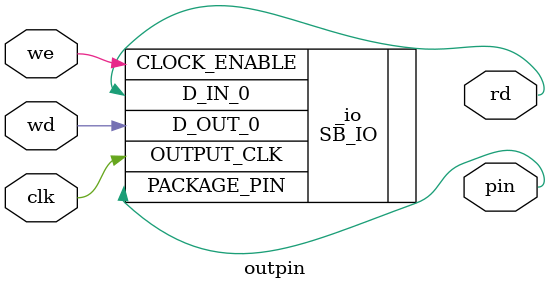
<source format=v>

/*
Copyright (c) 2015, James Bowman
All rights reserved.

Redistribution and use in source and binary forms, with or without
modification, are permitted provided that the following conditions are met:

* Redistributions of source code must retain the above copyright notice, this
  list of conditions and the following disclaimer.

* Redistributions in binary form must reproduce the above copyright notice,
  this list of conditions and the following disclaimer in the documentation
  and/or other materials provided with the distribution.

* Neither the name of swapforth nor the names of its
  contributors may be used to endorse or promote products derived from
  this software without specific prior written permission.

THIS SOFTWARE IS PROVIDED BY THE COPYRIGHT HOLDERS AND CONTRIBUTORS "AS IS"
AND ANY EXPRESS OR IMPLIED WARRANTIES, INCLUDING, BUT NOT LIMITED TO, THE
IMPLIED WARRANTIES OF MERCHANTABILITY AND FITNESS FOR A PARTICULAR PURPOSE ARE
DISCLAIMED. IN NO EVENT SHALL THE COPYRIGHT HOLDER OR CONTRIBUTORS BE LIABLE
FOR ANY DIRECT, INDIRECT, INCIDENTAL, SPECIAL, EXEMPLARY, OR CONSEQUENTIAL
DAMAGES (INCLUDING, BUT NOT LIMITED TO, PROCUREMENT OF SUBSTITUTE GOODS OR
SERVICES; LOSS OF USE, DATA, OR PROFITS; OR BUSINESS INTERRUPTION) HOWEVER
CAUSED AND ON ANY THEORY OF LIABILITY, WHETHER IN CONTRACT, STRICT LIABILITY,
OR TORT (INCLUDING NEGLIGENCE OR OTHERWISE) ARISING IN ANY WAY OUT OF THE USE
OF THIS SOFTWARE, EVEN IF ADVISED OF THE POSSIBILITY OF SUCH DAMAGE.
*/

`default_nettype none

`define CLKFREQ   12000000    // frequency of incoming signal 'clk'
`define BAUD      115200

// Simple baud generator for transmitter
// ser_clk pulses at 115200 Hz

module baudgen(
  input wire clk,
  output wire ser_clk);

  localparam lim = (`CLKFREQ / `BAUD) - 1; 
  localparam w = $clog2(lim);
  wire [w-1:0] limit = lim;
  reg [w-1:0] counter;
  assign ser_clk = (counter == limit);

  always @(posedge clk)
    counter <= ser_clk ? 0 : (counter + 1);
endmodule

// For receiver, a similar baud generator.
//
// Need to restart the counter when the transmission starts
// Generate 2X the baud rate to allow sampling on bit boundary
// So ser_clk pulses at 2*115200 Hz

module baudgen2(
  input wire clk,
  input wire restart,
  output wire ser_clk);

  localparam lim = (`CLKFREQ / (2 * `BAUD)) - 1; 
  localparam w = $clog2(lim);
  wire [w-1:0] limit = lim;
  reg [w-1:0] counter;
  assign ser_clk = (counter == limit);

  always @(posedge clk)
    if (restart)
      counter <= 0;
    else
      counter <= ser_clk ? 0 : (counter + 1);

endmodule

/*

-----+     +-----+-----+-----+-----+-----+-----+-----+-----+-----+-----+----
     |     |     |     |     |     |     |     |     |     |     |     |
     |start|  1  |  2  |  3  |  4  |  5  |  6  |  7  |  8  |stop1|stop2|
     |     |     |     |     |     |     |     |     |     |     |  ?  |
     +-----+-----+-----+-----+-----+-----+-----+-----+-----+           +

*/

module uart(
   input wire clk,
   input wire resetq,

   output wire uart_busy,       // High means UART is transmitting
   output reg uart_tx,          // UART transmit wire

   input wire uart_wr_i,        // Raise to transmit byte
   input wire [7:0] uart_dat_i
);
  reg [3:0] bitcount;           // 0 means idle, so this is a 1-based counter
  reg [8:0] shifter;

  assign uart_busy = |bitcount;
  wire sending = |bitcount;

  wire ser_clk;

  baudgen _baudgen(
    .clk(clk),
    .ser_clk(ser_clk));

  always @(negedge resetq or posedge clk)
  begin
    if (!resetq) begin
      uart_tx <= 1;
      bitcount <= 0;
      shifter <= 0;
    end else begin
      if (uart_wr_i) begin
        { shifter, uart_tx } <= { uart_dat_i[7:0], 1'b0, 1'b1 };
        bitcount <= 1 + 8 + 1;    // 1 start, 8 data, 1 stop
      end else if (ser_clk & sending) begin
        { shifter, uart_tx } <= { 1'b1, shifter };
        bitcount <= bitcount - 4'd1;
      end
    end
  end

endmodule

module rxuart(
   input wire clk,
   input wire resetq,
   input wire uart_rx,      // UART recv wire
   input wire rd,           // read strobe
   output wire valid,       // has data 
   output wire [7:0] data); // data
  reg [4:0] bitcount;
  reg [7:0] shifter;

  // bitcount == 11111: idle
  //             0-17:  sampling incoming bits
  //             18:    character received

  // On starting edge, wait 3 half-bits then sample, and sample every 2 bits thereafter

  wire idle = &bitcount;
  assign valid = (bitcount == 18);

  wire sample;
  reg [2:0] hh = 3'b111;
  wire [2:0] hhN = {hh[1:0], uart_rx};
  wire startbit = idle & (hhN[2:1] == 2'b10);
  wire [7:0] shifterN = sample ? {hh[1], shifter[7:1]} : shifter;

  wire ser_clk;

  baudgen2 _baudgen(
    .clk(clk),
    .restart(startbit),
    .ser_clk(ser_clk));

  reg [4:0] bitcountN;
  always @*
    if (startbit)
      bitcountN = 0;
    else if (!idle & !valid & ser_clk)
      bitcountN = bitcount + 5'd1;
    else if (valid & rd)
      bitcountN = 5'b11111;
    else
      bitcountN = bitcount;

  // 3,5,7,9,11,13,15,17
  assign sample = (|bitcount[4:1]) & bitcount[0] & ser_clk;
  assign data = shifter;

  always @(negedge resetq or posedge clk)
  begin
    if (!resetq) begin
      hh <= 3'b111;
      bitcount <= 5'b11111;
      shifter <= 0;
    end else begin
      hh <= hhN;
      bitcount <= bitcountN;
      shifter <= shifterN;
    end
  end
endmodule

module buart(
   input wire clk,
   input wire resetq,
   input wire rx,           // recv wire
   output wire tx,          // xmit wire
   input wire rd,           // read strobe
   input wire wr,           // write strobe
   output wire valid,       // has recv data 
   output wire busy,        // is transmitting
   input wire [7:0] tx_data,
   output wire [7:0] rx_data // data
);
  rxuart _rx (
     .clk(clk),
     .resetq(resetq),
     .uart_rx(rx),
     .rd(rd),
     .valid(valid),
     .data(rx_data));
  uart _tx (
     .clk(clk),
     .resetq(resetq),
     .uart_busy(busy),
     .uart_tx(tx),
     .uart_wr_i(wr),
     .uart_dat_i(tx_data));
endmodule


module inpin(
  input clk,
  input pin,
  output rd);

  SB_IO #(.PIN_TYPE(6'b0000_00)) _io (
        .PACKAGE_PIN(pin),
        .INPUT_CLK(clk),
        .D_IN_0(rd));
endmodule

module outpin(
  input clk,
  output pin,
  input we,
  input wd,
  output rd);

  SB_IO #(.PIN_TYPE(6'b0101_01)) _io (
        .PACKAGE_PIN(pin),
        .CLOCK_ENABLE(we),
        .OUTPUT_CLK(clk),
        .D_OUT_0(wd),
        .D_IN_0(rd));
endmodule

</source>
